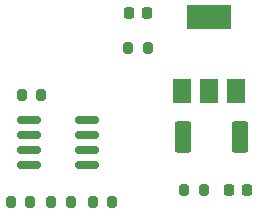
<source format=gbr>
%TF.GenerationSoftware,KiCad,Pcbnew,7.0.9*%
%TF.CreationDate,2024-04-25T13:42:10+02:00*%
%TF.ProjectId,UsbLoad,5573624c-6f61-4642-9e6b-696361645f70,rev?*%
%TF.SameCoordinates,Original*%
%TF.FileFunction,Paste,Top*%
%TF.FilePolarity,Positive*%
%FSLAX46Y46*%
G04 Gerber Fmt 4.6, Leading zero omitted, Abs format (unit mm)*
G04 Created by KiCad (PCBNEW 7.0.9) date 2024-04-25 13:42:10*
%MOMM*%
%LPD*%
G01*
G04 APERTURE LIST*
G04 Aperture macros list*
%AMRoundRect*
0 Rectangle with rounded corners*
0 $1 Rounding radius*
0 $2 $3 $4 $5 $6 $7 $8 $9 X,Y pos of 4 corners*
0 Add a 4 corners polygon primitive as box body*
4,1,4,$2,$3,$4,$5,$6,$7,$8,$9,$2,$3,0*
0 Add four circle primitives for the rounded corners*
1,1,$1+$1,$2,$3*
1,1,$1+$1,$4,$5*
1,1,$1+$1,$6,$7*
1,1,$1+$1,$8,$9*
0 Add four rect primitives between the rounded corners*
20,1,$1+$1,$2,$3,$4,$5,0*
20,1,$1+$1,$4,$5,$6,$7,0*
20,1,$1+$1,$6,$7,$8,$9,0*
20,1,$1+$1,$8,$9,$2,$3,0*%
G04 Aperture macros list end*
%ADD10RoundRect,0.218750X-0.218750X-0.256250X0.218750X-0.256250X0.218750X0.256250X-0.218750X0.256250X0*%
%ADD11RoundRect,0.200000X-0.200000X-0.275000X0.200000X-0.275000X0.200000X0.275000X-0.200000X0.275000X0*%
%ADD12RoundRect,0.200000X0.200000X0.275000X-0.200000X0.275000X-0.200000X-0.275000X0.200000X-0.275000X0*%
%ADD13RoundRect,0.150000X-0.825000X-0.150000X0.825000X-0.150000X0.825000X0.150000X-0.825000X0.150000X0*%
%ADD14RoundRect,0.249999X-0.450001X-1.075001X0.450001X-1.075001X0.450001X1.075001X-0.450001X1.075001X0*%
%ADD15R,1.500000X2.000000*%
%ADD16R,3.800000X2.000000*%
%ADD17RoundRect,0.218750X0.218750X0.256250X-0.218750X0.256250X-0.218750X-0.256250X0.218750X-0.256250X0*%
G04 APERTURE END LIST*
D10*
%TO.C,D2*%
X84212500Y-51000000D03*
X85787500Y-51000000D03*
%TD*%
D11*
%TO.C,R6*%
X84175000Y-54000000D03*
X85825000Y-54000000D03*
%TD*%
D12*
%TO.C,C1*%
X76825000Y-58000000D03*
X75175000Y-58000000D03*
%TD*%
D11*
%TO.C,R1*%
X74255000Y-67050000D03*
X75905000Y-67050000D03*
%TD*%
D13*
%TO.C,U1*%
X75775000Y-60095000D03*
X75775000Y-61365000D03*
X75775000Y-62635000D03*
X75775000Y-63905000D03*
X80725000Y-63905000D03*
X80725000Y-62635000D03*
X80725000Y-61365000D03*
X80725000Y-60095000D03*
%TD*%
D11*
%TO.C,R5*%
X81175000Y-67000000D03*
X82825000Y-67000000D03*
%TD*%
%TO.C,R2*%
X77685000Y-67050000D03*
X79335000Y-67050000D03*
%TD*%
D14*
%TO.C,R3*%
X88850000Y-61500000D03*
X93650000Y-61500000D03*
%TD*%
D15*
%TO.C,Q1*%
X88700000Y-57650000D03*
X91000000Y-57650000D03*
D16*
X91000000Y-51350000D03*
D15*
X93300000Y-57650000D03*
%TD*%
D17*
%TO.C,D1*%
X94287500Y-66000000D03*
X92712500Y-66000000D03*
%TD*%
D11*
%TO.C,R4*%
X88925000Y-66000000D03*
X90575000Y-66000000D03*
%TD*%
M02*

</source>
